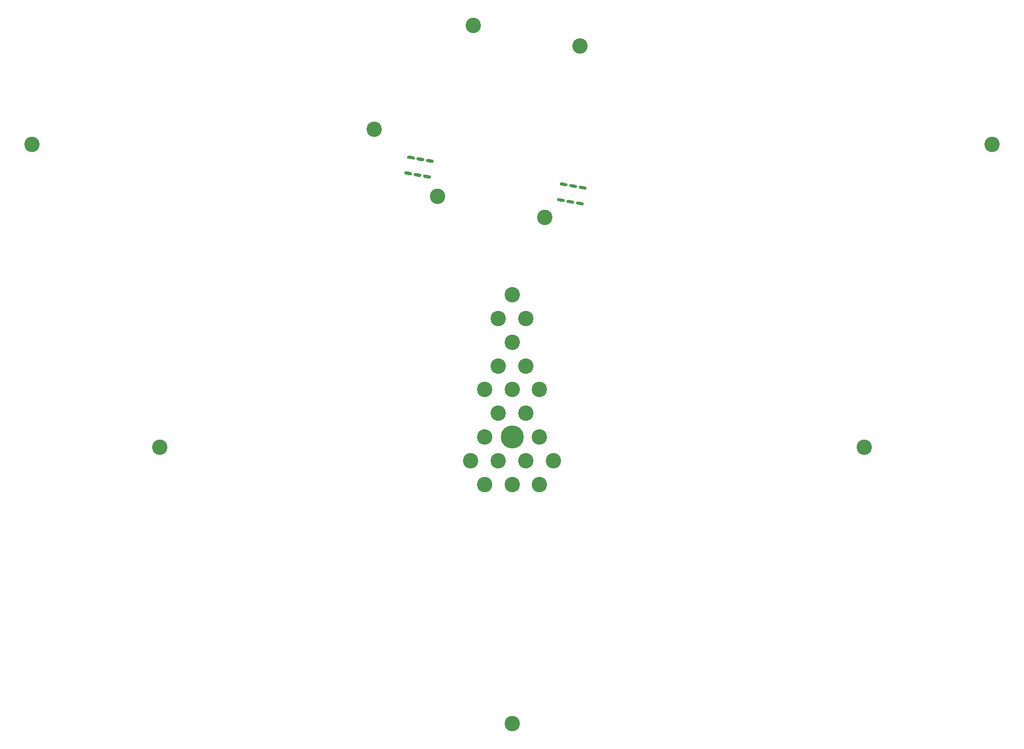
<source format=gbs>
G04 #@! TF.GenerationSoftware,KiCad,Pcbnew,(5.1.9)-1*
G04 #@! TF.CreationDate,2021-07-06T13:23:14+03:00*
G04 #@! TF.ProjectId,choctopus44-top-plate,63686f63-746f-4707-9573-34342d746f70,1.0 Prototype*
G04 #@! TF.SameCoordinates,Original*
G04 #@! TF.FileFunction,Soldermask,Bot*
G04 #@! TF.FilePolarity,Negative*
%FSLAX46Y46*%
G04 Gerber Fmt 4.6, Leading zero omitted, Abs format (unit mm)*
G04 Created by KiCad (PCBNEW (5.1.9)-1) date 2021-07-06 13:23:14*
%MOMM*%
%LPD*%
G01*
G04 APERTURE LIST*
%ADD10C,3.600000*%
%ADD11C,2.400000*%
G04 APERTURE END LIST*
G36*
G01*
X128229076Y-65782938D02*
X128229076Y-65782938D01*
G75*
G02*
X128518690Y-65580148I246202J-43412D01*
G01*
X129257296Y-65710384D01*
G75*
G02*
X129460086Y-65999998I-43412J-246202D01*
G01*
X129460086Y-65999998D01*
G75*
G02*
X129170472Y-66202788I-246202J43412D01*
G01*
X128431866Y-66072552D01*
G75*
G02*
X128229076Y-65782938I43412J246202D01*
G01*
G37*
G36*
G01*
X129706288Y-66043411D02*
X129706288Y-66043411D01*
G75*
G02*
X129995902Y-65840621I246202J-43412D01*
G01*
X130734508Y-65970857D01*
G75*
G02*
X130937298Y-66260471I-43412J-246202D01*
G01*
X130937298Y-66260471D01*
G75*
G02*
X130647684Y-66463261I-246202J43412D01*
G01*
X129909078Y-66333025D01*
G75*
G02*
X129706288Y-66043411I43412J246202D01*
G01*
G37*
G36*
G01*
X131183500Y-66303883D02*
X131183500Y-66303883D01*
G75*
G02*
X131473114Y-66101093I246202J-43412D01*
G01*
X132211720Y-66231329D01*
G75*
G02*
X132414510Y-66520943I-43412J-246202D01*
G01*
X132414510Y-66520943D01*
G75*
G02*
X132124896Y-66723733I-246202J43412D01*
G01*
X131386290Y-66593497D01*
G75*
G02*
X131183500Y-66303883I43412J246202D01*
G01*
G37*
G36*
G01*
X130749379Y-68765902D02*
X130749379Y-68765902D01*
G75*
G02*
X131038993Y-68563112I246202J-43412D01*
G01*
X131777599Y-68693348D01*
G75*
G02*
X131980389Y-68982962I-43412J-246202D01*
G01*
X131980389Y-68982962D01*
G75*
G02*
X131690775Y-69185752I-246202J43412D01*
G01*
X130952169Y-69055516D01*
G75*
G02*
X130749379Y-68765902I43412J246202D01*
G01*
G37*
G36*
G01*
X129272168Y-68505430D02*
X129272168Y-68505430D01*
G75*
G02*
X129561782Y-68302640I246202J-43412D01*
G01*
X130300388Y-68432876D01*
G75*
G02*
X130503178Y-68722490I-43412J-246202D01*
G01*
X130503178Y-68722490D01*
G75*
G02*
X130213564Y-68925280I-246202J43412D01*
G01*
X129474958Y-68795044D01*
G75*
G02*
X129272168Y-68505430I43412J246202D01*
G01*
G37*
G36*
G01*
X127794956Y-68244958D02*
X127794956Y-68244958D01*
G75*
G02*
X128084570Y-68042168I246202J-43412D01*
G01*
X128823176Y-68172404D01*
G75*
G02*
X129025966Y-68462018I-43412J-246202D01*
G01*
X129025966Y-68462018D01*
G75*
G02*
X128736352Y-68664808I-246202J43412D01*
G01*
X127997746Y-68534572D01*
G75*
G02*
X127794956Y-68244958I43412J246202D01*
G01*
G37*
G36*
G01*
X151684956Y-72444958D02*
X151684956Y-72444958D01*
G75*
G02*
X151974570Y-72242168I246202J-43412D01*
G01*
X152713176Y-72372404D01*
G75*
G02*
X152915966Y-72662018I-43412J-246202D01*
G01*
X152915966Y-72662018D01*
G75*
G02*
X152626352Y-72864808I-246202J43412D01*
G01*
X151887746Y-72734572D01*
G75*
G02*
X151684956Y-72444958I43412J246202D01*
G01*
G37*
G36*
G01*
X153162168Y-72705430D02*
X153162168Y-72705430D01*
G75*
G02*
X153451782Y-72502640I246202J-43412D01*
G01*
X154190388Y-72632876D01*
G75*
G02*
X154393178Y-72922490I-43412J-246202D01*
G01*
X154393178Y-72922490D01*
G75*
G02*
X154103564Y-73125280I-246202J43412D01*
G01*
X153364958Y-72995044D01*
G75*
G02*
X153162168Y-72705430I43412J246202D01*
G01*
G37*
G36*
G01*
X154639379Y-72965902D02*
X154639379Y-72965902D01*
G75*
G02*
X154928993Y-72763112I246202J-43412D01*
G01*
X155667599Y-72893348D01*
G75*
G02*
X155870389Y-73182962I-43412J-246202D01*
G01*
X155870389Y-73182962D01*
G75*
G02*
X155580775Y-73385752I-246202J43412D01*
G01*
X154842169Y-73255516D01*
G75*
G02*
X154639379Y-72965902I43412J246202D01*
G01*
G37*
G36*
G01*
X155073500Y-70503883D02*
X155073500Y-70503883D01*
G75*
G02*
X155363114Y-70301093I246202J-43412D01*
G01*
X156101720Y-70431329D01*
G75*
G02*
X156304510Y-70720943I-43412J-246202D01*
G01*
X156304510Y-70720943D01*
G75*
G02*
X156014896Y-70923733I-246202J43412D01*
G01*
X155276290Y-70793497D01*
G75*
G02*
X155073500Y-70503883I43412J246202D01*
G01*
G37*
G36*
G01*
X153596288Y-70243411D02*
X153596288Y-70243411D01*
G75*
G02*
X153885902Y-70040621I246202J-43412D01*
G01*
X154624508Y-70170857D01*
G75*
G02*
X154827298Y-70460471I-43412J-246202D01*
G01*
X154827298Y-70460471D01*
G75*
G02*
X154537684Y-70663261I-246202J43412D01*
G01*
X153799078Y-70533025D01*
G75*
G02*
X153596288Y-70243411I43412J246202D01*
G01*
G37*
G36*
G01*
X152119076Y-69982938D02*
X152119076Y-69982938D01*
G75*
G02*
X152408690Y-69780148I246202J-43412D01*
G01*
X153147296Y-69910384D01*
G75*
G02*
X153350086Y-70199998I-43412J-246202D01*
G01*
X153350086Y-70199998D01*
G75*
G02*
X153060472Y-70402788I-246202J43412D01*
G01*
X152321866Y-70272552D01*
G75*
G02*
X152119076Y-69982938I43412J246202D01*
G01*
G37*
D10*
X144660000Y-109680000D03*
D11*
X151110000Y-113404000D03*
X138210000Y-113404000D03*
X148960000Y-117128000D03*
X140360000Y-117128000D03*
X144660000Y-117128000D03*
X144660000Y-87334000D03*
X142510000Y-91058000D03*
X142510000Y-113404000D03*
X142510000Y-105955000D03*
X148960000Y-109680000D03*
X144660000Y-102231000D03*
X146810000Y-98507000D03*
X144660000Y-94782000D03*
X140360000Y-102231000D03*
X146810000Y-113404000D03*
X148960000Y-102231000D03*
X142510000Y-98507000D03*
X146810000Y-91058000D03*
X140360000Y-109680000D03*
X146810000Y-105955000D03*
X155313528Y-48440332D03*
X123086265Y-61496600D03*
X138557879Y-45219572D03*
X149750000Y-75250000D03*
X133000000Y-72000000D03*
X89570000Y-111250000D03*
X199750000Y-111250000D03*
X219710000Y-63810000D03*
X144660000Y-154500000D03*
X69610000Y-63810000D03*
M02*

</source>
